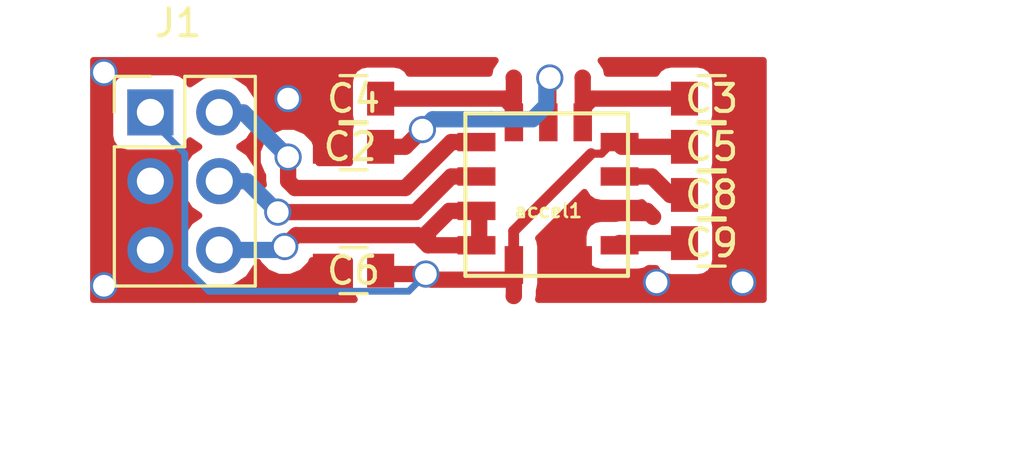
<source format=kicad_pcb>
(kicad_pcb (version 4) (host pcbnew 4.0.7)

  (general
    (links 24)
    (no_connects 1)
    (area 160.265 61.5352 199.373715 79.150201)
    (thickness 1.6)
    (drawings 10)
    (tracks 83)
    (zones 0)
    (modules 9)
    (nets 11)
  )

  (page A4)
  (title_block
    (title "Evaluation Board - ADXL355")
    (date 2018-03-06)
  )

  (layers
    (0 F.Cu signal)
    (31 B.Cu signal)
    (32 B.Adhes user)
    (33 F.Adhes user)
    (34 B.Paste user)
    (35 F.Paste user)
    (36 B.SilkS user)
    (37 F.SilkS user)
    (38 B.Mask user)
    (39 F.Mask user)
    (40 Dwgs.User user)
    (41 Cmts.User user)
    (42 Eco1.User user hide)
    (43 Eco2.User user)
    (44 Edge.Cuts user)
    (45 Margin user)
    (46 B.CrtYd user)
    (47 F.CrtYd user)
    (48 B.Fab user)
    (49 F.Fab user)
  )

  (setup
    (last_trace_width 0.6)
    (user_trace_width 0.2)
    (user_trace_width 0.3)
    (user_trace_width 0.4)
    (user_trace_width 0.6)
    (trace_clearance 0.25)
    (zone_clearance 0.508)
    (zone_45_only yes)
    (trace_min 0.2)
    (segment_width 0.2)
    (edge_width 0.15)
    (via_size 0.6)
    (via_drill 0.4)
    (via_min_size 0.4)
    (via_min_drill 0.3)
    (user_via 0.4 0.3)
    (user_via 0.6 0.3)
    (user_via 0.8 0.6)
    (user_via 1 0.8)
    (user_via 1.1 0.8)
    (uvia_size 0.3)
    (uvia_drill 0.1)
    (uvias_allowed no)
    (uvia_min_size 0.2)
    (uvia_min_drill 0.1)
    (pcb_text_width 0.3)
    (pcb_text_size 1.5 1.5)
    (mod_edge_width 0.15)
    (mod_text_size 1 1)
    (mod_text_width 0.15)
    (pad_size 1.524 1.524)
    (pad_drill 0.762)
    (pad_to_mask_clearance 0.2)
    (aux_axis_origin 174.371 101.727)
    (visible_elements 7FFFFFFF)
    (pcbplotparams
      (layerselection 0x00030_80000001)
      (usegerberextensions false)
      (excludeedgelayer true)
      (linewidth 0.100000)
      (plotframeref false)
      (viasonmask false)
      (mode 1)
      (useauxorigin false)
      (hpglpennumber 1)
      (hpglpenspeed 20)
      (hpglpendiameter 15)
      (hpglpenoverlay 2)
      (psnegative false)
      (psa4output false)
      (plotreference true)
      (plotvalue false)
      (plotinvisibletext false)
      (padsonsilk false)
      (subtractmaskfromsilk false)
      (outputformat 2)
      (mirror false)
      (drillshape 1)
      (scaleselection 1)
      (outputdirectory Docs/))
  )

  (net 0 "")
  (net 1 GNDREF)
  (net 2 "Net-(C9-Pad2)")
  (net 3 "Net-(J1-Pad2)")
  (net 4 "Net-(J1-Pad4)")
  (net 5 "Net-(J1-Pad6)")
  (net 6 VDD)
  (net 7 "Net-(C8-Pad2)")
  (net 8 "Net-(C3-Pad1)")
  (net 9 "Net-(C2-Pad1)")
  (net 10 "Net-(C4-Pad1)")

  (net_class Default "Ceci est la Netclass par défaut"
    (clearance 0.25)
    (trace_width 0.25)
    (via_dia 0.6)
    (via_drill 0.4)
    (uvia_dia 0.3)
    (uvia_drill 0.1)
    (add_net GNDREF)
    (add_net "Net-(C2-Pad1)")
    (add_net "Net-(C3-Pad1)")
    (add_net "Net-(C4-Pad1)")
    (add_net "Net-(C8-Pad2)")
    (add_net "Net-(C9-Pad2)")
    (add_net "Net-(J1-Pad2)")
    (add_net "Net-(J1-Pad4)")
    (add_net "Net-(J1-Pad6)")
    (add_net VDD)
  )

  (module Capacitors_SMD:C_0805 (layer F.Cu) (tedit 5ABCB4CB) (tstamp 5AA15E75)
    (at 173.482 65.3542 180)
    (descr "Capacitor SMD 0805, reflow soldering, AVX (see smccp.pdf)")
    (tags "capacitor 0805")
    (path /5A9E8B93)
    (attr smd)
    (fp_text reference C4 (at 0 0 180) (layer F.SilkS)
      (effects (font (size 1 1) (thickness 0.15)))
    )
    (fp_text value 0.1uF (at -2.54 -0.635 270) (layer F.Fab)
      (effects (font (size 1 1) (thickness 0.15)))
    )
    (fp_text user %R (at 0 0 180) (layer F.Fab)
      (effects (font (size 1 1) (thickness 0.15)))
    )
    (fp_line (start -1 0.62) (end -1 -0.62) (layer F.Fab) (width 0.1))
    (fp_line (start 1 0.62) (end -1 0.62) (layer F.Fab) (width 0.1))
    (fp_line (start 1 -0.62) (end 1 0.62) (layer F.Fab) (width 0.1))
    (fp_line (start -1 -0.62) (end 1 -0.62) (layer F.Fab) (width 0.1))
    (fp_line (start 0.5 -0.85) (end -0.5 -0.85) (layer F.SilkS) (width 0.12))
    (fp_line (start -0.5 0.85) (end 0.5 0.85) (layer F.SilkS) (width 0.12))
    (fp_line (start -1.75 -0.88) (end 1.75 -0.88) (layer F.CrtYd) (width 0.05))
    (fp_line (start -1.75 -0.88) (end -1.75 0.87) (layer F.CrtYd) (width 0.05))
    (fp_line (start 1.75 0.87) (end 1.75 -0.88) (layer F.CrtYd) (width 0.05))
    (fp_line (start 1.75 0.87) (end -1.75 0.87) (layer F.CrtYd) (width 0.05))
    (pad 1 smd rect (at -1 0 180) (size 1 1.25) (layers F.Cu F.Paste F.Mask)
      (net 10 "Net-(C4-Pad1)"))
    (pad 2 smd rect (at 1 0 180) (size 1 1.25) (layers F.Cu F.Paste F.Mask)
      (net 1 GNDREF))
    (model Capacitors_SMD.3dshapes/C_0805.wrl
      (at (xyz 0 0 0))
      (scale (xyz 1 1 1))
      (rotate (xyz 0 0 0))
    )
  )

  (module Capacitors_SMD:C_0805 (layer F.Cu) (tedit 5ABCB4C1) (tstamp 5AA15E69)
    (at 173.482 67.1322 180)
    (descr "Capacitor SMD 0805, reflow soldering, AVX (see smccp.pdf)")
    (tags "capacitor 0805")
    (path /5A9E5244)
    (attr smd)
    (fp_text reference C2 (at 0.127 0 180) (layer F.SilkS)
      (effects (font (size 1 1) (thickness 0.15)))
    )
    (fp_text value 0.1uF (at -0.254 -1.524 180) (layer F.Fab)
      (effects (font (size 1 1) (thickness 0.15)))
    )
    (fp_text user %R (at 0.127 0 180) (layer F.Fab)
      (effects (font (size 1 1) (thickness 0.15)))
    )
    (fp_line (start -1 0.62) (end -1 -0.62) (layer F.Fab) (width 0.1))
    (fp_line (start 1 0.62) (end -1 0.62) (layer F.Fab) (width 0.1))
    (fp_line (start 1 -0.62) (end 1 0.62) (layer F.Fab) (width 0.1))
    (fp_line (start -1 -0.62) (end 1 -0.62) (layer F.Fab) (width 0.1))
    (fp_line (start 0.5 -0.85) (end -0.5 -0.85) (layer F.SilkS) (width 0.12))
    (fp_line (start -0.5 0.85) (end 0.5 0.85) (layer F.SilkS) (width 0.12))
    (fp_line (start -1.75 -0.88) (end 1.75 -0.88) (layer F.CrtYd) (width 0.05))
    (fp_line (start -1.75 -0.88) (end -1.75 0.87) (layer F.CrtYd) (width 0.05))
    (fp_line (start 1.75 0.87) (end 1.75 -0.88) (layer F.CrtYd) (width 0.05))
    (fp_line (start 1.75 0.87) (end -1.75 0.87) (layer F.CrtYd) (width 0.05))
    (pad 1 smd rect (at -1 0 180) (size 1 1.25) (layers F.Cu F.Paste F.Mask)
      (net 9 "Net-(C2-Pad1)"))
    (pad 2 smd rect (at 1 0 180) (size 1 1.25) (layers F.Cu F.Paste F.Mask)
      (net 1 GNDREF))
    (model Capacitors_SMD.3dshapes/C_0805.wrl
      (at (xyz 0 0 0))
      (scale (xyz 1 1 1))
      (rotate (xyz 0 0 0))
    )
  )

  (module Capacitors_SMD:C_0805 (layer F.Cu) (tedit 5ABCB496) (tstamp 5AA15E6F)
    (at 186.69 65.3542)
    (descr "Capacitor SMD 0805, reflow soldering, AVX (see smccp.pdf)")
    (tags "capacitor 0805")
    (path /5A9E511E)
    (attr smd)
    (fp_text reference C3 (at 0 0) (layer F.SilkS)
      (effects (font (size 1 1) (thickness 0.15)))
    )
    (fp_text value 0.1uF (at 4.318 0) (layer F.Fab)
      (effects (font (size 1 1) (thickness 0.15)))
    )
    (fp_text user %R (at 0 0) (layer F.Fab)
      (effects (font (size 1 1) (thickness 0.15)))
    )
    (fp_line (start -1 0.62) (end -1 -0.62) (layer F.Fab) (width 0.1))
    (fp_line (start 1 0.62) (end -1 0.62) (layer F.Fab) (width 0.1))
    (fp_line (start 1 -0.62) (end 1 0.62) (layer F.Fab) (width 0.1))
    (fp_line (start -1 -0.62) (end 1 -0.62) (layer F.Fab) (width 0.1))
    (fp_line (start 0.5 -0.85) (end -0.5 -0.85) (layer F.SilkS) (width 0.12))
    (fp_line (start -0.5 0.85) (end 0.5 0.85) (layer F.SilkS) (width 0.12))
    (fp_line (start -1.75 -0.88) (end 1.75 -0.88) (layer F.CrtYd) (width 0.05))
    (fp_line (start -1.75 -0.88) (end -1.75 0.87) (layer F.CrtYd) (width 0.05))
    (fp_line (start 1.75 0.87) (end 1.75 -0.88) (layer F.CrtYd) (width 0.05))
    (fp_line (start 1.75 0.87) (end -1.75 0.87) (layer F.CrtYd) (width 0.05))
    (pad 1 smd rect (at -1 0) (size 1 1.25) (layers F.Cu F.Paste F.Mask)
      (net 8 "Net-(C3-Pad1)"))
    (pad 2 smd rect (at 1 0) (size 1 1.25) (layers F.Cu F.Paste F.Mask)
      (net 1 GNDREF))
    (model Capacitors_SMD.3dshapes/C_0805.wrl
      (at (xyz 0 0 0))
      (scale (xyz 1 1 1))
      (rotate (xyz 0 0 0))
    )
  )

  (module Capacitors_SMD:C_0805 (layer F.Cu) (tedit 5ABCB493) (tstamp 5AA15E7B)
    (at 186.69 67.1322)
    (descr "Capacitor SMD 0805, reflow soldering, AVX (see smccp.pdf)")
    (tags "capacitor 0805")
    (path /5A9E54AD)
    (attr smd)
    (fp_text reference C5 (at 0 0) (layer F.SilkS)
      (effects (font (size 1 1) (thickness 0.15)))
    )
    (fp_text value 0.1uF (at 4.318 0) (layer F.Fab)
      (effects (font (size 1 1) (thickness 0.15)))
    )
    (fp_text user %R (at 0 0) (layer F.Fab)
      (effects (font (size 1 1) (thickness 0.15)))
    )
    (fp_line (start -1 0.62) (end -1 -0.62) (layer F.Fab) (width 0.1))
    (fp_line (start 1 0.62) (end -1 0.62) (layer F.Fab) (width 0.1))
    (fp_line (start 1 -0.62) (end 1 0.62) (layer F.Fab) (width 0.1))
    (fp_line (start -1 -0.62) (end 1 -0.62) (layer F.Fab) (width 0.1))
    (fp_line (start 0.5 -0.85) (end -0.5 -0.85) (layer F.SilkS) (width 0.12))
    (fp_line (start -0.5 0.85) (end 0.5 0.85) (layer F.SilkS) (width 0.12))
    (fp_line (start -1.75 -0.88) (end 1.75 -0.88) (layer F.CrtYd) (width 0.05))
    (fp_line (start -1.75 -0.88) (end -1.75 0.87) (layer F.CrtYd) (width 0.05))
    (fp_line (start 1.75 0.87) (end 1.75 -0.88) (layer F.CrtYd) (width 0.05))
    (fp_line (start 1.75 0.87) (end -1.75 0.87) (layer F.CrtYd) (width 0.05))
    (pad 1 smd rect (at -1 0) (size 1 1.25) (layers F.Cu F.Paste F.Mask)
      (net 6 VDD))
    (pad 2 smd rect (at 1 0) (size 1 1.25) (layers F.Cu F.Paste F.Mask)
      (net 1 GNDREF))
    (model Capacitors_SMD.3dshapes/C_0805.wrl
      (at (xyz 0 0 0))
      (scale (xyz 1 1 1))
      (rotate (xyz 0 0 0))
    )
  )

  (module Capacitors_SMD:C_0805 (layer F.Cu) (tedit 5ABCB4A2) (tstamp 5AA15E81)
    (at 173.482 71.7042)
    (descr "Capacitor SMD 0805, reflow soldering, AVX (see smccp.pdf)")
    (tags "capacitor 0805")
    (path /5A9D7E4D)
    (attr smd)
    (fp_text reference C6 (at 0 0) (layer F.SilkS)
      (effects (font (size 1 1) (thickness 0.15)))
    )
    (fp_text value 0.1uF (at 0.127 -1.651) (layer F.Fab)
      (effects (font (size 1 1) (thickness 0.15)))
    )
    (fp_text user %R (at 0 0) (layer F.Fab)
      (effects (font (size 1 1) (thickness 0.15)))
    )
    (fp_line (start -1 0.62) (end -1 -0.62) (layer F.Fab) (width 0.1))
    (fp_line (start 1 0.62) (end -1 0.62) (layer F.Fab) (width 0.1))
    (fp_line (start 1 -0.62) (end 1 0.62) (layer F.Fab) (width 0.1))
    (fp_line (start -1 -0.62) (end 1 -0.62) (layer F.Fab) (width 0.1))
    (fp_line (start 0.5 -0.85) (end -0.5 -0.85) (layer F.SilkS) (width 0.12))
    (fp_line (start -0.5 0.85) (end 0.5 0.85) (layer F.SilkS) (width 0.12))
    (fp_line (start -1.75 -0.88) (end 1.75 -0.88) (layer F.CrtYd) (width 0.05))
    (fp_line (start -1.75 -0.88) (end -1.75 0.87) (layer F.CrtYd) (width 0.05))
    (fp_line (start 1.75 0.87) (end 1.75 -0.88) (layer F.CrtYd) (width 0.05))
    (fp_line (start 1.75 0.87) (end -1.75 0.87) (layer F.CrtYd) (width 0.05))
    (pad 1 smd rect (at -1 0) (size 1 1.25) (layers F.Cu F.Paste F.Mask)
      (net 1 GNDREF))
    (pad 2 smd rect (at 1 0) (size 1 1.25) (layers F.Cu F.Paste F.Mask)
      (net 6 VDD))
    (model Capacitors_SMD.3dshapes/C_0805.wrl
      (at (xyz 0 0 0))
      (scale (xyz 1 1 1))
      (rotate (xyz 0 0 0))
    )
  )

  (module Capacitors_SMD:C_0805 (layer F.Cu) (tedit 5ABCB480) (tstamp 5AA15E87)
    (at 186.69 68.9102 180)
    (descr "Capacitor SMD 0805, reflow soldering, AVX (see smccp.pdf)")
    (tags "capacitor 0805")
    (path /5A9E6A0B)
    (attr smd)
    (fp_text reference C8 (at 0 0 180) (layer F.SilkS)
      (effects (font (size 1 1) (thickness 0.15)))
    )
    (fp_text value 0.1uF (at -4.318 -0.127 180) (layer F.Fab)
      (effects (font (size 1 1) (thickness 0.15)))
    )
    (fp_text user %R (at 0 0 180) (layer F.Fab)
      (effects (font (size 1 1) (thickness 0.15)))
    )
    (fp_line (start -1 0.62) (end -1 -0.62) (layer F.Fab) (width 0.1))
    (fp_line (start 1 0.62) (end -1 0.62) (layer F.Fab) (width 0.1))
    (fp_line (start 1 -0.62) (end 1 0.62) (layer F.Fab) (width 0.1))
    (fp_line (start -1 -0.62) (end 1 -0.62) (layer F.Fab) (width 0.1))
    (fp_line (start 0.5 -0.85) (end -0.5 -0.85) (layer F.SilkS) (width 0.12))
    (fp_line (start -0.5 0.85) (end 0.5 0.85) (layer F.SilkS) (width 0.12))
    (fp_line (start -1.75 -0.88) (end 1.75 -0.88) (layer F.CrtYd) (width 0.05))
    (fp_line (start -1.75 -0.88) (end -1.75 0.87) (layer F.CrtYd) (width 0.05))
    (fp_line (start 1.75 0.87) (end 1.75 -0.88) (layer F.CrtYd) (width 0.05))
    (fp_line (start 1.75 0.87) (end -1.75 0.87) (layer F.CrtYd) (width 0.05))
    (pad 1 smd rect (at -1 0 180) (size 1 1.25) (layers F.Cu F.Paste F.Mask)
      (net 1 GNDREF))
    (pad 2 smd rect (at 1 0 180) (size 1 1.25) (layers F.Cu F.Paste F.Mask)
      (net 7 "Net-(C8-Pad2)"))
    (model Capacitors_SMD.3dshapes/C_0805.wrl
      (at (xyz 0 0 0))
      (scale (xyz 1 1 1))
      (rotate (xyz 0 0 0))
    )
  )

  (module Capacitors_SMD:C_0805 (layer F.Cu) (tedit 5ABCB48F) (tstamp 5AA15E8D)
    (at 186.69 70.6882 180)
    (descr "Capacitor SMD 0805, reflow soldering, AVX (see smccp.pdf)")
    (tags "capacitor 0805")
    (path /5A9FFDDD)
    (attr smd)
    (fp_text reference C9 (at 0 0 180) (layer F.SilkS)
      (effects (font (size 1 1) (thickness 0.15)))
    )
    (fp_text value 0.1uF (at -4.318 -0.127 180) (layer F.Fab)
      (effects (font (size 1 1) (thickness 0.15)))
    )
    (fp_text user %R (at 0 0 180) (layer F.Fab)
      (effects (font (size 1 1) (thickness 0.15)))
    )
    (fp_line (start -1 0.62) (end -1 -0.62) (layer F.Fab) (width 0.1))
    (fp_line (start 1 0.62) (end -1 0.62) (layer F.Fab) (width 0.1))
    (fp_line (start 1 -0.62) (end 1 0.62) (layer F.Fab) (width 0.1))
    (fp_line (start -1 -0.62) (end 1 -0.62) (layer F.Fab) (width 0.1))
    (fp_line (start 0.5 -0.85) (end -0.5 -0.85) (layer F.SilkS) (width 0.12))
    (fp_line (start -0.5 0.85) (end 0.5 0.85) (layer F.SilkS) (width 0.12))
    (fp_line (start -1.75 -0.88) (end 1.75 -0.88) (layer F.CrtYd) (width 0.05))
    (fp_line (start -1.75 -0.88) (end -1.75 0.87) (layer F.CrtYd) (width 0.05))
    (fp_line (start 1.75 0.87) (end 1.75 -0.88) (layer F.CrtYd) (width 0.05))
    (fp_line (start 1.75 0.87) (end -1.75 0.87) (layer F.CrtYd) (width 0.05))
    (pad 1 smd rect (at -1 0 180) (size 1 1.25) (layers F.Cu F.Paste F.Mask)
      (net 1 GNDREF))
    (pad 2 smd rect (at 1 0 180) (size 1 1.25) (layers F.Cu F.Paste F.Mask)
      (net 2 "Net-(C9-Pad2)"))
    (model Capacitors_SMD.3dshapes/C_0805.wrl
      (at (xyz 0 0 0))
      (scale (xyz 1 1 1))
      (rotate (xyz 0 0 0))
    )
  )

  (module Pin_Headers:Pin_Header_Straight_2x03_Pitch2.54mm (layer F.Cu) (tedit 5ABCB4AE) (tstamp 5AA15E97)
    (at 165.989 65.8622)
    (descr "Through hole straight pin header, 2x03, 2.54mm pitch, double rows")
    (tags "Through hole pin header THT 2x03 2.54mm double row")
    (path /5A9E6CCC)
    (fp_text reference J1 (at 1.016 -3.302) (layer F.SilkS)
      (effects (font (size 1 1) (thickness 0.15)))
    )
    (fp_text value Conn_02x03_Odd_Even (at -4.699 4.445 90) (layer F.Fab)
      (effects (font (size 1 1) (thickness 0.15)))
    )
    (fp_line (start 0 -1.27) (end 3.81 -1.27) (layer F.Fab) (width 0.1))
    (fp_line (start 3.81 -1.27) (end 3.81 6.35) (layer F.Fab) (width 0.1))
    (fp_line (start 3.81 6.35) (end -1.27 6.35) (layer F.Fab) (width 0.1))
    (fp_line (start -1.27 6.35) (end -1.27 0) (layer F.Fab) (width 0.1))
    (fp_line (start -1.27 0) (end 0 -1.27) (layer F.Fab) (width 0.1))
    (fp_line (start -1.33 6.41) (end 3.87 6.41) (layer F.SilkS) (width 0.12))
    (fp_line (start -1.33 1.27) (end -1.33 6.41) (layer F.SilkS) (width 0.12))
    (fp_line (start 3.87 -1.33) (end 3.87 6.41) (layer F.SilkS) (width 0.12))
    (fp_line (start -1.33 1.27) (end 1.27 1.27) (layer F.SilkS) (width 0.12))
    (fp_line (start 1.27 1.27) (end 1.27 -1.33) (layer F.SilkS) (width 0.12))
    (fp_line (start 1.27 -1.33) (end 3.87 -1.33) (layer F.SilkS) (width 0.12))
    (fp_line (start -1.33 0) (end -1.33 -1.33) (layer F.SilkS) (width 0.12))
    (fp_line (start -1.33 -1.33) (end 0 -1.33) (layer F.SilkS) (width 0.12))
    (fp_line (start -1.8 -1.8) (end -1.8 6.85) (layer F.CrtYd) (width 0.05))
    (fp_line (start -1.8 6.85) (end 4.35 6.85) (layer F.CrtYd) (width 0.05))
    (fp_line (start 4.35 6.85) (end 4.35 -1.8) (layer F.CrtYd) (width 0.05))
    (fp_line (start 4.35 -1.8) (end -1.8 -1.8) (layer F.CrtYd) (width 0.05))
    (fp_text user %R (at 1.016 -3.302 180) (layer F.Fab)
      (effects (font (size 1 1) (thickness 0.15)))
    )
    (pad 1 thru_hole rect (at 0 0) (size 1.7 1.7) (drill 1) (layers *.Cu *.Mask)
      (net 6 VDD))
    (pad 2 thru_hole oval (at 2.54 0) (size 1.7 1.7) (drill 1) (layers *.Cu *.Mask)
      (net 3 "Net-(J1-Pad2)"))
    (pad 3 thru_hole oval (at 0 2.54) (size 1.7 1.7) (drill 1) (layers *.Cu *.Mask)
      (net 1 GNDREF))
    (pad 4 thru_hole oval (at 2.54 2.54) (size 1.7 1.7) (drill 1) (layers *.Cu *.Mask)
      (net 4 "Net-(J1-Pad4)"))
    (pad 5 thru_hole oval (at 0 5.08) (size 1.7 1.7) (drill 1) (layers *.Cu *.Mask)
      (net 1 GNDREF))
    (pad 6 thru_hole oval (at 2.54 5.08) (size 1.7 1.7) (drill 1) (layers *.Cu *.Mask)
      (net 5 "Net-(J1-Pad6)"))
    (model ${KISYS3DMOD}/Pin_Headers.3dshapes/Pin_Header_Straight_2x03_Pitch2.54mm.wrl
      (at (xyz 0 0 0))
      (scale (xyz 1 1 1))
      (rotate (xyz 0 0 0))
    )
  )

  (module Accelerometer:ADXL355 (layer F.Cu) (tedit 5AA242F3) (tstamp 5AA24817)
    (at 175.006 74.4982)
    (path /5A9D869E)
    (fp_text reference accel1 (at 5.66 -5) (layer F.SilkS)
      (effects (font (size 0.5 0.5) (thickness 0.1)))
    )
    (fp_text value ADXL355 (at 5.66 -6.27) (layer F.Fab)
      (effects (font (size 0.5 0.5) (thickness 0.1)))
    )
    (fp_line (start 8.6 -8.6) (end 8.6 -2.6) (layer F.SilkS) (width 0.15))
    (fp_line (start 2.6 -8.6) (end 2.6 -2.6) (layer F.SilkS) (width 0.15))
    (fp_line (start 2.6 -2.6) (end 8.6 -2.6) (layer F.SilkS) (width 0.15))
    (fp_line (start 2.6 -8.6) (end 8.6 -8.6) (layer F.SilkS) (width 0.15))
    (pad 1 smd rect (at 3.12 -7.54) (size 1.4 0.68) (drill (offset -0.11 0)) (layers F.Cu F.Paste F.Mask)
      (net 3 "Net-(J1-Pad2)"))
    (pad 2 smd rect (at 3.12 -6.27) (size 1.4 0.68) (drill (offset -0.11 0)) (layers F.Cu F.Paste F.Mask)
      (net 4 "Net-(J1-Pad4)"))
    (pad 3 smd rect (at 3.12 -5) (size 1.4 0.68) (drill (offset -0.11 0)) (layers F.Cu F.Paste F.Mask)
      (net 5 "Net-(J1-Pad6)"))
    (pad 4 smd rect (at 3.12 -3.73) (size 1.4 0.68) (drill (offset -0.11 0)) (layers F.Cu F.Paste F.Mask)
      (net 5 "Net-(J1-Pad6)"))
    (pad 5 smd rect (at 4.39 -2.46 270) (size 1.4 0.68) (drill (offset -0.54 0)) (layers F.Cu F.Paste F.Mask)
      (net 6 VDD))
    (pad 6 smd rect (at 5.66 -2.46 270) (size 1.4 0.68) (drill (offset -0.54 0)) (layers F.Cu F.Paste F.Mask)
      (net 1 GNDREF))
    (pad 7 smd rect (at 6.93 -2.46 270) (size 1.4 0.68) (drill (offset -0.54 0)) (layers F.Cu F.Paste F.Mask)
      (net 1 GNDREF))
    (pad 8 smd rect (at 8.2 -3.73) (size 1.4 0.68) (drill (offset 0.09 0)) (layers F.Cu F.Paste F.Mask)
      (net 2 "Net-(C9-Pad2)"))
    (pad 9 smd rect (at 8.2 -5) (size 1.4 0.68) (drill (offset 0.09 0)) (layers F.Cu F.Paste F.Mask)
      (net 1 GNDREF))
    (pad 10 smd rect (at 8.2 -6.27) (size 1.4 0.68) (drill (offset 0.09 0)) (layers F.Cu F.Paste F.Mask)
      (net 7 "Net-(C8-Pad2)"))
    (pad 11 smd rect (at 8.2 -7.54) (size 1.4 0.68) (drill (offset 0.09 0)) (layers F.Cu F.Paste F.Mask)
      (net 6 VDD))
    (pad 12 smd rect (at 6.93 -8.81 90) (size 1.4 0.68) (drill (offset -0.54 0)) (layers F.Cu F.Paste F.Mask)
      (net 8 "Net-(C3-Pad1)"))
    (pad 13 smd rect (at 5.66 -8.81 90) (size 1.4 0.68) (drill (offset -0.54 0)) (layers F.Cu F.Paste F.Mask)
      (net 9 "Net-(C2-Pad1)"))
    (pad 14 smd rect (at 4.39 -8.81 90) (size 1.4 0.68) (drill (offset -0.54 0)) (layers F.Cu F.Paste F.Mask)
      (net 10 "Net-(C4-Pad1)"))
  )

  (gr_line (start 188.722 63.8302) (end 188.722 72.8472) (angle 90) (layer B.Fab) (width 0.2))
  (gr_line (start 163.703 63.8302) (end 188.722 63.8302) (angle 90) (layer B.Fab) (width 0.2))
  (gr_line (start 188.722 72.8472) (end 163.703 72.8472) (angle 90) (layer B.Fab) (width 0.2))
  (gr_line (start 163.703 72.8472) (end 163.703 63.8302) (angle 90) (layer B.Fab) (width 0.2))
  (dimension 9.144 (width 0.3) (layer F.Fab)
    (gr_text "9 mm" (at 196.088 67.8942 270) (layer F.Fab)
      (effects (font (size 1.5 1.5) (thickness 0.3)))
    )
    (feature1 (pts (xy 192.151 72.8472) (xy 196.883 72.8472)))
    (feature2 (pts (xy 192.151 63.7032) (xy 196.883 63.7032)))
    (crossbar (pts (xy 194.183 63.7032) (xy 194.183 72.8472)))
    (arrow1a (pts (xy 194.183 72.8472) (xy 193.596579 71.720696)))
    (arrow1b (pts (xy 194.183 72.8472) (xy 194.769421 71.720696)))
    (arrow2a (pts (xy 194.183 63.7032) (xy 193.596579 64.829704)))
    (arrow2b (pts (xy 194.183 63.7032) (xy 194.769421 64.829704)))
  )
  (gr_line (start 188.746 63.8302) (end 163.746 63.8302) (angle 90) (layer F.Fab) (width 0.2) (tstamp 5AA28692))
  (gr_line (start 163.711 63.873) (end 163.711 72.873) (angle 90) (layer F.Fab) (width 0.2) (tstamp 5AA28679))
  (dimension 25.019 (width 0.3) (layer F.Fab)
    (gr_text "25 mm" (at 176.276 77.8002) (layer F.Fab)
      (effects (font (size 1.5 1.5) (thickness 0.3)))
    )
    (feature1 (pts (xy 188.722 73.4822) (xy 188.722 78.5952)))
    (feature2 (pts (xy 163.703 73.4822) (xy 163.703 78.5952)))
    (crossbar (pts (xy 163.703 75.8952) (xy 188.722 75.8952)))
    (arrow1a (pts (xy 188.722 75.8952) (xy 187.595496 76.481621)))
    (arrow1b (pts (xy 188.722 75.8952) (xy 187.595496 75.308779)))
    (arrow2a (pts (xy 163.703 75.8952) (xy 164.829504 76.481621)))
    (arrow2b (pts (xy 163.703 75.8952) (xy 164.829504 75.308779)))
  )
  (gr_line (start 188.746 72.8472) (end 163.746 72.8472) (angle 90) (layer F.Fab) (width 0.2))
  (gr_line (start 188.73 63.873) (end 188.73 72.873) (angle 90) (layer F.Fab) (width 0.2))

  (via (at 164.2745 64.389) (size 1) (drill 0.8) (layers F.Cu B.Cu) (net 1))
  (via (at 164.2745 72.263) (size 1) (drill 0.8) (layers F.Cu B.Cu) (net 1))
  (via (at 184.658 72.136) (size 1) (drill 0.8) (layers F.Cu B.Cu) (net 1))
  (via (at 187.833 72.136) (size 1) (drill 0.8) (layers F.Cu B.Cu) (net 1))
  (segment (start 183.206 69.4982) (end 184.3062 69.4982) (width 0.6) (layer F.Cu) (net 1))
  (segment (start 184.3062 69.4982) (end 184.531 69.723) (width 0.6) (layer F.Cu) (net 1) (tstamp 5AE07D23))
  (segment (start 172.482 67.1322) (end 172.482 65.3542) (width 0.6) (layer F.Cu) (net 1))
  (segment (start 172.482 65.3542) (end 171.069 65.3542) (width 0.6) (layer F.Cu) (net 1) (tstamp 5AA27465))
  (via (at 171.069 65.3542) (size 1) (drill 0.8) (layers F.Cu B.Cu) (net 1))
  (segment (start 185.69 70.6882) (end 183.286 70.6882) (width 0.6) (layer F.Cu) (net 2))
  (segment (start 183.286 70.6882) (end 183.206 70.7682) (width 0.6) (layer F.Cu) (net 2) (tstamp 5AA25EE6))
  (segment (start 178.126 66.9582) (end 177.085 66.9582) (width 0.6) (layer F.Cu) (net 3))
  (via (at 171.069 67.5132) (size 1) (drill 0.8) (layers F.Cu B.Cu) (net 3))
  (segment (start 171.069 68.4022) (end 171.069 67.5132) (width 0.6) (layer F.Cu) (net 3) (tstamp 5AA2697D))
  (segment (start 171.323 68.6562) (end 171.069 68.4022) (width 0.6) (layer F.Cu) (net 3) (tstamp 5AA2697C))
  (segment (start 175.387 68.6562) (end 171.323 68.6562) (width 0.6) (layer F.Cu) (net 3) (tstamp 5AA2697B))
  (segment (start 177.085 66.9582) (end 175.387 68.6562) (width 0.6) (layer F.Cu) (net 3) (tstamp 5AA2697A))
  (segment (start 168.529 65.8622) (end 169.418 65.8622) (width 0.6) (layer B.Cu) (net 3))
  (segment (start 169.418 65.8622) (end 171.069 67.5132) (width 0.6) (layer B.Cu) (net 3) (tstamp 5AA26EB5))
  (segment (start 171.069 67.5132) (end 170.942 67.3862) (width 0.6) (layer B.Cu) (net 3) (tstamp 5AA2697F))
  (segment (start 178.126 68.2282) (end 177.085 68.2282) (width 0.6) (layer F.Cu) (net 4))
  (via (at 170.688 69.5452) (size 1) (drill 0.8) (layers F.Cu B.Cu) (net 4))
  (segment (start 175.768 69.5452) (end 170.688 69.5452) (width 0.6) (layer F.Cu) (net 4) (tstamp 5AA26984))
  (segment (start 177.085 68.2282) (end 175.768 69.5452) (width 0.6) (layer F.Cu) (net 4) (tstamp 5AA26983))
  (segment (start 169.545 68.4022) (end 168.529 68.4022) (width 0.6) (layer B.Cu) (net 4) (tstamp 5AA26987))
  (segment (start 170.688 69.5452) (end 169.545 68.4022) (width 0.6) (layer B.Cu) (net 4) (tstamp 5AA26986))
  (segment (start 178.126 69.4982) (end 177.017084 69.4982) (width 0.6) (layer F.Cu) (net 5))
  (segment (start 176.229 70.286284) (end 176.229 70.7682) (width 0.6) (layer F.Cu) (net 5) (tstamp 5AE07D0F))
  (segment (start 177.017084 69.4982) (end 176.229 70.286284) (width 0.6) (layer F.Cu) (net 5) (tstamp 5AE07D0D))
  (segment (start 178.126 70.7682) (end 176.229 70.7682) (width 0.6) (layer F.Cu) (net 5))
  (segment (start 170.815 70.9422) (end 168.529 70.9422) (width 0.6) (layer B.Cu) (net 5) (tstamp 5AA26991))
  (segment (start 170.942 70.8152) (end 170.815 70.9422) (width 0.6) (layer B.Cu) (net 5) (tstamp 5AA26990))
  (via (at 170.942 70.8152) (size 1) (drill 0.8) (layers F.Cu B.Cu) (net 5))
  (segment (start 171.361998 70.395202) (end 170.942 70.8152) (width 0.6) (layer F.Cu) (net 5) (tstamp 5AA2698E))
  (segment (start 175.856002 70.395202) (end 171.361998 70.395202) (width 0.6) (layer F.Cu) (net 5) (tstamp 5AA2698D))
  (segment (start 176.229 70.7682) (end 175.856002 70.395202) (width 0.6) (layer F.Cu) (net 5) (tstamp 5AA2698C))
  (segment (start 178.1175 69.5325) (end 178.1175 70.8025) (width 0.6) (layer F.Cu) (net 5))
  (segment (start 179.396 72.0382) (end 179.396 72.6355) (width 0.6) (layer F.Cu) (net 6))
  (segment (start 179.396 72.6355) (end 179.3875 72.644) (width 0.6) (layer F.Cu) (net 6) (tstamp 5AE07DAE))
  (segment (start 165.989 65.8622) (end 165.989 66.1162) (width 0.25) (layer B.Cu) (net 6))
  (segment (start 165.989 66.1162) (end 167.259 67.3862) (width 0.25) (layer B.Cu) (net 6) (tstamp 5AA26F25))
  (segment (start 167.259 67.3862) (end 167.259 71.5772) (width 0.25) (layer B.Cu) (net 6) (tstamp 5AA26F28))
  (segment (start 167.259 71.5772) (end 168.148 72.4662) (width 0.25) (layer B.Cu) (net 6) (tstamp 5AA26F2C))
  (segment (start 168.148 72.4662) (end 175.514 72.4662) (width 0.25) (layer B.Cu) (net 6) (tstamp 5AA26F2D))
  (segment (start 175.514 72.4662) (end 176.149 71.8312) (width 0.25) (layer B.Cu) (net 6) (tstamp 5AA26F32))
  (via (at 176.149 71.8312) (size 1) (drill 0.8) (layers F.Cu B.Cu) (net 6))
  (segment (start 176.149 71.8312) (end 176.356 72.0382) (width 0.6) (layer F.Cu) (net 6) (tstamp 5AA26E81))
  (segment (start 176.356 72.0382) (end 179.396 72.0382) (width 0.6) (layer F.Cu) (net 6) (tstamp 5AA26E82))
  (segment (start 179.349 72.0852) (end 179.396 72.0382) (width 0.6) (layer F.Cu) (net 6) (tstamp 5AA26CBA))
  (segment (start 179.3875 70.2437) (end 179.3875 72.0725) (width 0.4) (layer F.Cu) (net 6) (tstamp 5AA1629A))
  (segment (start 176.149 71.8312) (end 174.609 71.8312) (width 0.6) (layer F.Cu) (net 6))
  (segment (start 174.609 71.8312) (end 174.482 71.7042) (width 0.6) (layer F.Cu) (net 6) (tstamp 5AA26E85))
  (segment (start 185.69 67.1322) (end 183.38 67.1322) (width 0.6) (layer F.Cu) (net 6))
  (segment (start 183.38 67.1322) (end 183.206 66.9582) (width 0.6) (layer F.Cu) (net 6) (tstamp 5AA25EED))
  (segment (start 183.1975 66.9925) (end 183.0197 66.9925) (width 0.25) (layer F.Cu) (net 6))
  (segment (start 183.0197 66.9925) (end 182.626 67.3862) (width 0.3) (layer F.Cu) (net 6) (tstamp 5AA16294))
  (segment (start 182.626 67.3862) (end 182.245 67.3862) (width 0.3) (layer F.Cu) (net 6) (tstamp 5AA16295))
  (segment (start 182.245 67.3862) (end 179.3875 70.2437) (width 0.4) (layer F.Cu) (net 6) (tstamp 5AA16298))
  (segment (start 185.69 68.9102) (end 185.166 68.9102) (width 0.6) (layer F.Cu) (net 7))
  (segment (start 184.484 68.2282) (end 183.206 68.2282) (width 0.6) (layer F.Cu) (net 7) (tstamp 5AA25EEA))
  (segment (start 185.166 68.9102) (end 184.484 68.2282) (width 0.6) (layer F.Cu) (net 7) (tstamp 5AA25EE9))
  (segment (start 181.936 64.588) (end 181.9275 64.5795) (width 0.6) (layer F.Cu) (net 8) (tstamp 5AE07D8C))
  (segment (start 181.936 65.6882) (end 181.936 64.588) (width 0.6) (layer F.Cu) (net 8))
  (segment (start 185.69 65.3542) (end 182.27 65.3542) (width 0.6) (layer F.Cu) (net 8))
  (segment (start 182.27 65.3542) (end 181.936 65.6882) (width 0.6) (layer F.Cu) (net 8) (tstamp 5AA26718))
  (segment (start 180.666 65.6882) (end 180.666 64.6472) (width 0.6) (layer F.Cu) (net 9))
  (segment (start 176.403 66.1162) (end 176.022 66.4972) (width 0.6) (layer B.Cu) (net 9) (tstamp 5AA26D38))
  (segment (start 178.562 66.1162) (end 176.403 66.1162) (width 0.6) (layer B.Cu) (net 9) (tstamp 5AA26D35))
  (segment (start 179.197 66.1162) (end 178.562 66.1162) (width 0.6) (layer B.Cu) (net 9) (tstamp 5AA26D33))
  (segment (start 180.086 66.1162) (end 179.197 66.1162) (width 0.6) (layer B.Cu) (net 9) (tstamp 5AA26D32))
  (segment (start 180.594 65.6082) (end 180.086 66.1162) (width 0.6) (layer B.Cu) (net 9) (tstamp 5AA26D30))
  (segment (start 180.594 64.7192) (end 180.594 65.6082) (width 0.6) (layer B.Cu) (net 9) (tstamp 5AA26D2D))
  (segment (start 180.721 64.5922) (end 180.594 64.7192) (width 0.6) (layer B.Cu) (net 9) (tstamp 5AA26D2C))
  (via (at 180.721 64.5922) (size 1) (drill 0.8) (layers F.Cu B.Cu) (net 9))
  (segment (start 180.666 64.6472) (end 180.721 64.5922) (width 0.6) (layer F.Cu) (net 9) (tstamp 5AA26D27))
  (segment (start 175.387 67.1322) (end 174.482 67.1322) (width 0.6) (layer F.Cu) (net 9) (tstamp 5AA26D3F))
  (segment (start 176.022 66.4972) (end 175.387 67.1322) (width 0.6) (layer F.Cu) (net 9) (tstamp 5AA26D3E))
  (via (at 176.022 66.4972) (size 1) (drill 0.8) (layers F.Cu B.Cu) (net 9))
  (segment (start 179.396 65.6882) (end 179.396 64.588) (width 0.6) (layer F.Cu) (net 10))
  (segment (start 179.396 64.588) (end 179.3875 64.5795) (width 0.6) (layer F.Cu) (net 10) (tstamp 5AE07D6E))
  (segment (start 179.396 65.6882) (end 179.396 65.6802) (width 0.6) (layer F.Cu) (net 10))
  (segment (start 179.396 65.6802) (end 179.07 65.3542) (width 0.6) (layer F.Cu) (net 10) (tstamp 5AA26D56))
  (segment (start 179.07 65.3542) (end 174.482 65.3542) (width 0.6) (layer F.Cu) (net 10) (tstamp 5AA26D5E))

  (zone (net 1) (net_name GNDREF) (layer F.Cu) (tstamp 5AE08710) (hatch edge 0.508)
    (connect_pads yes (clearance 0.508))
    (min_thickness 0.254)
    (fill yes (arc_segments 16) (thermal_gap 0.508) (thermal_bridge_width 0.508))
    (polygon
      (pts
        (xy 188.722 72.898) (xy 163.7665 72.898) (xy 163.7665 63.8175) (xy 188.722 63.8175)
      )
    )
    (filled_polygon
      (pts
        (xy 178.523673 64.221691) (xy 178.484386 64.4192) (xy 175.537105 64.4192) (xy 175.44609 64.277759) (xy 175.23389 64.132769)
        (xy 174.982 64.08176) (xy 173.982 64.08176) (xy 173.746683 64.126038) (xy 173.530559 64.26511) (xy 173.385569 64.47731)
        (xy 173.33456 64.7292) (xy 173.33456 65.9792) (xy 173.378838 66.214517) (xy 173.395621 66.240598) (xy 173.385569 66.25531)
        (xy 173.33456 66.5072) (xy 173.33456 67.7212) (xy 172.203819 67.7212) (xy 172.204197 67.288425) (xy 172.031767 66.871114)
        (xy 171.712765 66.551555) (xy 171.295756 66.378397) (xy 170.844225 66.378003) (xy 170.426914 66.550433) (xy 170.107355 66.869435)
        (xy 169.934197 67.286444) (xy 169.933803 67.737975) (xy 170.106233 68.155286) (xy 170.134 68.183101) (xy 170.134 68.4022)
        (xy 170.160438 68.535112) (xy 170.045914 68.582433) (xy 169.997661 68.630602) (xy 170.043093 68.4022) (xy 169.930054 67.833915)
        (xy 169.608147 67.352146) (xy 169.278974 67.1322) (xy 169.608147 66.912254) (xy 169.930054 66.430485) (xy 170.043093 65.8622)
        (xy 169.930054 65.293915) (xy 169.608147 64.812146) (xy 169.126378 64.490239) (xy 168.558093 64.3772) (xy 168.499907 64.3772)
        (xy 167.931622 64.490239) (xy 167.449853 64.812146) (xy 167.449029 64.813379) (xy 167.442162 64.776883) (xy 167.30309 64.560759)
        (xy 167.09089 64.415769) (xy 166.839 64.36476) (xy 165.139 64.36476) (xy 164.903683 64.409038) (xy 164.687559 64.54811)
        (xy 164.542569 64.76031) (xy 164.49156 65.0122) (xy 164.49156 66.7122) (xy 164.535838 66.947517) (xy 164.67491 67.163641)
        (xy 164.88711 67.308631) (xy 165.139 67.35964) (xy 166.839 67.35964) (xy 167.074317 67.315362) (xy 167.290441 67.17629)
        (xy 167.435431 66.96409) (xy 167.446841 66.907746) (xy 167.449853 66.912254) (xy 167.779026 67.1322) (xy 167.449853 67.352146)
        (xy 167.127946 67.833915) (xy 167.014907 68.4022) (xy 167.127946 68.970485) (xy 167.449853 69.452254) (xy 167.779026 69.6722)
        (xy 167.449853 69.892146) (xy 167.127946 70.373915) (xy 167.014907 70.9422) (xy 167.127946 71.510485) (xy 167.449853 71.992254)
        (xy 167.931622 72.314161) (xy 168.499907 72.4272) (xy 168.558093 72.4272) (xy 169.126378 72.314161) (xy 169.608147 71.992254)
        (xy 169.930054 71.510485) (xy 169.953179 71.39423) (xy 169.979233 71.457286) (xy 170.298235 71.776845) (xy 170.715244 71.950003)
        (xy 171.166775 71.950397) (xy 171.584086 71.777967) (xy 171.903645 71.458965) (xy 171.957112 71.330202) (xy 173.33456 71.330202)
        (xy 173.33456 72.3292) (xy 173.378838 72.564517) (xy 173.511706 72.771) (xy 163.8935 72.771) (xy 163.8935 63.9445)
        (xy 178.708886 63.9445)
      )
    )
    (filled_polygon
      (pts
        (xy 188.595 72.771) (xy 180.304047 72.771) (xy 180.331 72.6355) (xy 180.331 72.452184) (xy 180.332431 72.45009)
        (xy 180.38344 72.1982) (xy 180.38344 70.7982) (xy 180.339162 70.562883) (xy 180.303933 70.508135) (xy 181.99899 68.813078)
        (xy 182.13191 69.019641) (xy 182.34411 69.164631) (xy 182.596 69.21564) (xy 183.996 69.21564) (xy 184.124896 69.191386)
        (xy 184.504855 69.571345) (xy 184.555761 69.605359) (xy 184.58358 69.7532) (xy 183.286 69.7532) (xy 183.147447 69.78076)
        (xy 182.596 69.78076) (xy 182.360683 69.825038) (xy 182.144559 69.96411) (xy 181.999569 70.17631) (xy 181.94856 70.4282)
        (xy 181.94856 71.1082) (xy 181.992838 71.343517) (xy 182.13191 71.559641) (xy 182.34411 71.704631) (xy 182.596 71.75564)
        (xy 183.996 71.75564) (xy 184.231317 71.711362) (xy 184.368325 71.6232) (xy 184.634895 71.6232) (xy 184.72591 71.764641)
        (xy 184.93811 71.909631) (xy 185.19 71.96064) (xy 186.19 71.96064) (xy 186.425317 71.916362) (xy 186.641441 71.77729)
        (xy 186.786431 71.56509) (xy 186.83744 71.3132) (xy 186.83744 70.0632) (xy 186.793162 69.827883) (xy 186.776379 69.801802)
        (xy 186.786431 69.78709) (xy 186.83744 69.5352) (xy 186.83744 68.2852) (xy 186.793162 68.049883) (xy 186.776379 68.023802)
        (xy 186.786431 68.00909) (xy 186.83744 67.7572) (xy 186.83744 66.5072) (xy 186.793162 66.271883) (xy 186.776379 66.245802)
        (xy 186.786431 66.23109) (xy 186.83744 65.9792) (xy 186.83744 64.7292) (xy 186.793162 64.493883) (xy 186.65409 64.277759)
        (xy 186.44189 64.132769) (xy 186.19 64.08176) (xy 185.19 64.08176) (xy 184.954683 64.126038) (xy 184.738559 64.26511)
        (xy 184.633274 64.4192) (xy 182.837423 64.4192) (xy 182.799827 64.230191) (xy 182.608935 63.9445) (xy 188.595 63.9445)
      )
    )
  )
)

</source>
